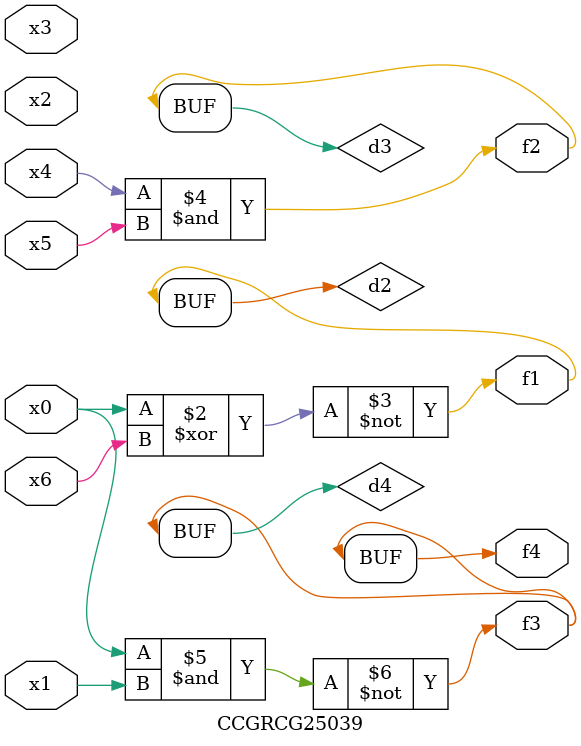
<source format=v>
module CCGRCG25039(
	input x0, x1, x2, x3, x4, x5, x6,
	output f1, f2, f3, f4
);

	wire d1, d2, d3, d4;

	nor (d1, x0);
	xnor (d2, x0, x6);
	and (d3, x4, x5);
	nand (d4, x0, x1);
	assign f1 = d2;
	assign f2 = d3;
	assign f3 = d4;
	assign f4 = d4;
endmodule

</source>
